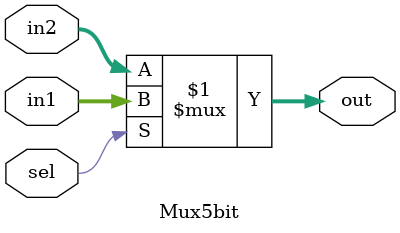
<source format=v>
module Mux5bit(
    input   [4:0]  in1,
    input   [4:0]  in2,
    input           sel,
    
    output  [4:0]  out
);

assign  out = sel?in1:in2;

endmodule
</source>
